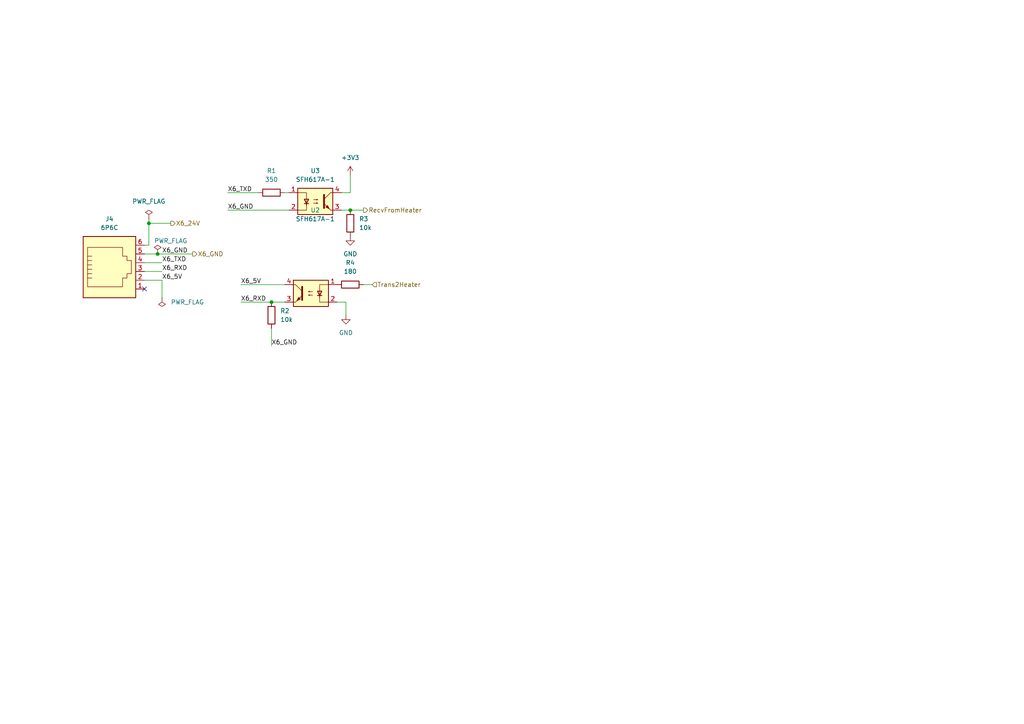
<source format=kicad_sch>
(kicad_sch (version 20211123) (generator eeschema)
  (paper "A4")
  (lib_symbols
    (symbol "Connector:6P6C" (pin_names (offset 1.016))
      (property "Reference" "J" (at -5.08 11.43 0))
      (property "Value" "6P6C" (at 2.54 11.43 0))
      (symbol "6P6C_0_1"
        (polyline (pts (xy -6.35 -1.905) (xy -5.08 -1.905) (xy -5.08 -1.905)))
        (polyline (pts (xy -6.35 -0.635) (xy -5.08 -0.635) (xy -5.08 -0.635)))
        (polyline (pts (xy -6.35 0.635) (xy -5.08 0.635) (xy -5.08 0.635)))
        (polyline (pts (xy -6.35 1.905) (xy -5.08 1.905) (xy -5.08 1.905)))
        (polyline (pts (xy -6.35 3.175) (xy -5.08 3.175) (xy -5.08 3.175)))
        (polyline (pts (xy -5.08 4.445) (xy -6.35 4.445) (xy -6.35 4.445)))
        (polyline (pts (xy -6.35 -4.445) (xy -6.35 6.985) (xy 3.81 6.985) (xy 3.81 4.445) (xy 5.08 4.445) (xy 5.08 3.175) (xy 6.35 3.175) (xy 6.35 -0.635) (xy 5.08 -0.635) (xy 5.08 -1.905) (xy 3.81 -1.905) (xy 3.81 -4.445) (xy -6.35 -4.445) (xy -6.35 -4.445)))
        (rectangle (start 7.62 10.16) (end -7.62 -7.62) (stroke (width 0.254)) (fill (type background)))
      )
      (symbol "6P6C_1_1"
        (pin passive line (at 10.16 -5.08 180) (length 2.54) (name "~") (number "1"))
        (pin passive line (at 10.16 -2.54 180) (length 2.54) (name "~") (number "2"))
        (pin passive line (at 10.16 0 180) (length 2.54) (name "~") (number "3"))
        (pin passive line (at 10.16 2.54 180) (length 2.54) (name "~") (number "4"))
        (pin passive line (at 10.16 5.08 180) (length 2.54) (name "~") (number "5"))
        (pin passive line (at 10.16 7.62 180) (length 2.54) (name "~") (number "6"))
      )
    )
    (symbol "Device:R" (pin_numbers hide) (pin_names (offset 0))
      (property "Reference" "R" (at 2.032 0 90))
      (property "Value" "R" (at 0 0 90))
      (symbol "R_0_1"
        (rectangle (start -1.016 -2.54) (end 1.016 2.54) (stroke (width 0.254)))
      )
      (symbol "R_1_1"
        (pin passive line (at 0 3.81 270) (length 1.27) (name "~") (number "1"))
        (pin passive line (at 0 -3.81 90) (length 1.27) (name "~") (number "2"))
      )
    )
    (symbol "Isolator:SFH617A-1" (pin_names (offset 1.016))
      (property "Reference" "U" (at -5.08 5.08 0))
      (property "Value" "SFH617A-1" (at 0 5.08 0))
      (symbol "SFH617A-1_0_1"
        (rectangle (start -5.08 3.81) (end 5.08 -3.81) (stroke (width 0.254)) (fill (type background)))
        (polyline (pts (xy -3.175 -0.635) (xy -1.905 -0.635)) (stroke (width 0.254)))
        (polyline (pts (xy 2.54 0.635) (xy 4.445 2.54)))
        (polyline (pts (xy 4.445 -2.54) (xy 2.54 -0.635)) (fill (type outline)))
        (polyline (pts (xy 4.445 -2.54) (xy 5.08 -2.54)))
        (polyline (pts (xy 4.445 2.54) (xy 5.08 2.54)))
        (polyline (pts (xy -2.54 -0.635) (xy -2.54 -2.54) (xy -5.08 -2.54)))
        (polyline (pts (xy 2.54 1.905) (xy 2.54 -1.905) (xy 2.54 -1.905)) (stroke (width 0.508)))
        (polyline (pts (xy -5.08 2.54) (xy -2.54 2.54) (xy -2.54 -1.27) (xy -2.54 0.635)))
        (polyline (pts (xy -2.54 -0.635) (xy -3.175 0.635) (xy -1.905 0.635) (xy -2.54 -0.635)) (stroke (width 0.254)))
        (polyline (pts (xy -0.508 -0.508) (xy 0.762 -0.508) (xy 0.381 -0.635) (xy 0.381 -0.381) (xy 0.762 -0.508)))
        (polyline (pts (xy -0.508 0.508) (xy 0.762 0.508) (xy 0.381 0.381) (xy 0.381 0.635) (xy 0.762 0.508)))
        (polyline (pts (xy 3.048 -1.651) (xy 3.556 -1.143) (xy 4.064 -2.159) (xy 3.048 -1.651) (xy 3.048 -1.651)) (fill (type outline)))
      )
      (symbol "SFH617A-1_1_1"
        (pin passive line (at -7.62 2.54 0) (length 2.54) (name "~") (number "1"))
        (pin passive line (at -7.62 -2.54 0) (length 2.54) (name "~") (number "2"))
        (pin passive line (at 7.62 -2.54 180) (length 2.54) (name "~") (number "3"))
        (pin passive line (at 7.62 2.54 180) (length 2.54) (name "~") (number "4"))
      )
    )
    (symbol "power:+3.3V" (power) (pin_names (offset 0))
      (property "Value" "+3.3V" (at 0 3.556 0))
      (symbol "+3.3V_0_1"
        (polyline (pts (xy -0.762 1.27) (xy 0 2.54)))
        (polyline (pts (xy 0 0) (xy 0 2.54)))
        (polyline (pts (xy 0 2.54) (xy 0.762 1.27)))
      )
      (symbol "+3.3V_1_1"
        (pin power_in line (at 0 0 90) (length 0) hide (name "+3V3") (number "1"))
      )
    )
    (symbol "power:GND" (power) (pin_names (offset 0))
      (property "Value" "GND" (at 0 -3.81 0))
      (symbol "GND_0_1"
        (polyline (pts (xy 0 0) (xy 0 -1.27) (xy 1.27 -1.27) (xy 0 -2.54) (xy -1.27 -1.27) (xy 0 -1.27)))
      )
      (symbol "GND_1_1"
        (pin power_in line (at 0 0 270) (length 0) hide (name "GND") (number "1"))
      )
    )
    (symbol "power:PWR_FLAG" (power) (pin_numbers hide) (pin_names (offset 0) hide)
      (property "Value" "PWR_FLAG" (at 0 3.81 0))
      (symbol "PWR_FLAG_0_0"
        (pin power_out line (at 0 0 90) (length 0) (name "pwr") (number "1"))
      )
      (symbol "PWR_FLAG_0_1"
        (polyline (pts (xy 0 0) (xy 0 1.27) (xy -1.016 1.905) (xy 0 2.54) (xy 1.016 1.905) (xy 0 1.27)))
      )
    )
  )
  (junction (at 78.74 87.63))
  (junction (at 101.6 60.96))
  (junction (at 43.18 64.77))
  (junction (at 45.72 73.66))
  (no_connect (at 41.91 83.82))
  (wire (pts (xy 43.18 64.77) (xy 49.53 64.77)))
  (wire (pts (xy 66.04 55.88) (xy 74.93 55.88)))
  (wire (pts (xy 105.41 82.55) (xy 107.95 82.55)))
  (wire (pts (xy 41.91 73.66) (xy 45.72 73.66)))
  (wire (pts (xy 69.85 87.63) (xy 78.74 87.63)))
  (wire (pts (xy 97.79 87.63) (xy 100.33 87.63)))
  (wire (pts (xy 78.74 95.25) (xy 78.74 100.33)))
  (wire (pts (xy 43.18 63.5) (xy 43.18 64.77)))
  (wire (pts (xy 101.6 50.8) (xy 101.6 55.88)))
  (wire (pts (xy 66.04 60.96) (xy 83.82 60.96)))
  (wire (pts (xy 43.18 71.12) (xy 43.18 64.77)))
  (wire (pts (xy 46.99 81.28) (xy 46.99 86.36)))
  (wire (pts (xy 82.55 55.88) (xy 83.82 55.88)))
  (wire (pts (xy 69.85 82.55) (xy 82.55 82.55)))
  (wire (pts (xy 105.41 60.96) (xy 101.6 60.96)))
  (wire (pts (xy 78.74 87.63) (xy 82.55 87.63)))
  (wire (pts (xy 41.91 81.28) (xy 46.99 81.28)))
  (wire (pts (xy 41.91 71.12) (xy 43.18 71.12)))
  (wire (pts (xy 41.91 76.2) (xy 46.99 76.2)))
  (wire (pts (xy 45.72 73.66) (xy 55.88 73.66)))
  (wire (pts (xy 100.33 87.63) (xy 100.33 91.44)))
  (wire (pts (xy 101.6 55.88) (xy 99.06 55.88)))
  (wire (pts (xy 41.91 78.74) (xy 46.99 78.74)))
  (wire (pts (xy 101.6 60.96) (xy 99.06 60.96)))
  (label "X6_RXD" (at 46.99 78.74 0))
  (label "X6_TXD" (at 66.04 55.88 0))
  (label "X6_GND" (at 78.74 100.33 0))
  (label "X6_5V" (at 46.99 81.28 0))
  (label "X6_5V" (at 69.85 82.55 0))
  (label "X6_GND" (at 66.04 60.96 0))
  (label "X6_RXD" (at 69.85 87.63 0))
  (label "X6_GND" (at 46.99 73.66 0))
  (label "X6_TXD" (at 46.99 76.2 0))
  (hierarchical_label "X6_GND" (shape output) (at 55.88 73.66 0))
  (hierarchical_label "RecvFromHeater" (shape output) (at 105.41 60.96 0))
  (hierarchical_label "X6_24V" (shape output) (at 49.53 64.77 0))
  (hierarchical_label "Trans2Heater" (shape input) (at 107.95 82.55 0))
  (symbol (lib_id "power:PWR_FLAG") (at 45.72 73.66 0) (unit 1)
    (property "Reference" "#FLG04" (effects hide))
    (property "Value" "PWR_FLAG" (at 49.53 69.85 0))
  )
  (symbol (lib_id "power:GND") (at 101.6 68.58 0) (unit 1)
    (property "Reference" "#PWR06" (effects hide))
    (property "Value" "GND" (at 101.6 73.66 0))
  )
  (symbol (lib_id "Device:R") (at 101.6 64.77 0) (unit 1)
    (property "Reference" "R3" (at 104.14 63.4999 0) (effects (justify left)))
    (property "Value" "10k" (at 104.14 66.0399 0) (effects (justify left)))
    (property "Footprint" "Resistor_SMD:R_0603_1608Metric_Pad0.98x0.95mm_HandSolder" (effects hide))
  )
  (symbol (lib_id "Isolator:SFH617A-1") (at 91.44 58.42 0) (unit 1)
    (property "Reference" "U3" (at 91.44 49.53 0))
    (property "Value" "SFH617A-1" (at 91.44 52.07 0))
    (property "Footprint" "Package_DIP:DIP-4_W7.62mm" (effects hide))
    (property "Datasheet" "http://www.vishay.com/docs/83740/sfh617a.pdf" (effects hide))
  )
  (symbol (lib_id "power:GND") (at 100.33 91.44 0) (unit 1)
    (property "Reference" "#PWR04" (effects hide))
    (property "Value" "GND" (at 100.33 96.52 0))
  )
  (symbol (lib_id "Device:R") (at 78.74 91.44 0) (unit 1)
    (property "Reference" "R2" (at 81.28 90.1699 0) (effects (justify left)))
    (property "Value" "10k" (at 81.28 92.7099 0) (effects (justify left)))
    (property "Footprint" "Resistor_SMD:R_0603_1608Metric_Pad0.98x0.95mm_HandSolder" (effects hide))
  )
  (symbol (lib_id "Connector:6P6C") (at 31.75 78.74 0) (unit 1)
    (property "Reference" "J4" (at 31.75 63.5 0))
    (property "Value" "6P6C" (at 31.75 66.04 0))
    (property "Footprint" "Connector_RJ:RJ12_Amphenol_54601" (effects hide))
  )
  (symbol (lib_id "power:PWR_FLAG") (at 46.99 86.36 180) (unit 1)
    (property "Reference" "#FLG05" (effects hide))
    (property "Value" "PWR_FLAG" (at 49.53 87.6299 0) (effects (justify right)))
  )
  (symbol (lib_id "Device:R") (at 78.74 55.88 90) (unit 1)
    (property "Reference" "R1" (at 78.74 49.53 90))
    (property "Value" "350" (at 78.74 52.07 90))
    (property "Footprint" "Resistor_SMD:R_0603_1608Metric_Pad0.98x0.95mm_HandSolder" (effects hide))
  )
  (symbol (lib_id "power:PWR_FLAG") (at 43.18 63.5 0) (unit 1)
    (property "Reference" "#FLG03" (effects hide))
    (property "Value" "PWR_FLAG" (at 43.18 58.42 0))
  )
  (symbol (lib_id "power:+3.3V") (at 101.6 50.8 0) (unit 1)
    (property "Reference" "#PWR05" (effects hide))
    (property "Value" "+3.3V" (at 101.6 45.72 0))
  )
  (symbol (lib_id "Device:R") (at 101.6 82.55 90) (unit 1)
    (property "Reference" "R4" (at 101.6 76.2 90))
    (property "Value" "180" (at 101.6 78.74 90))
    (property "Footprint" "Resistor_SMD:R_0603_1608Metric_Pad0.98x0.95mm_HandSolder" (effects hide))
  )
  (symbol (lib_id "Isolator:SFH617A-1") (at 90.17 85.09 0) (mirror y) (unit 1)
    (property "Reference" "U2" (at 91.44 60.96 0))
    (property "Value" "SFH617A-1" (at 91.44 63.5 0))
    (property "Footprint" "Package_DIP:DIP-4_W7.62mm" (effects hide))
    (property "Datasheet" "http://www.vishay.com/docs/83740/sfh617a.pdf" (effects hide))
  )
)
</source>
